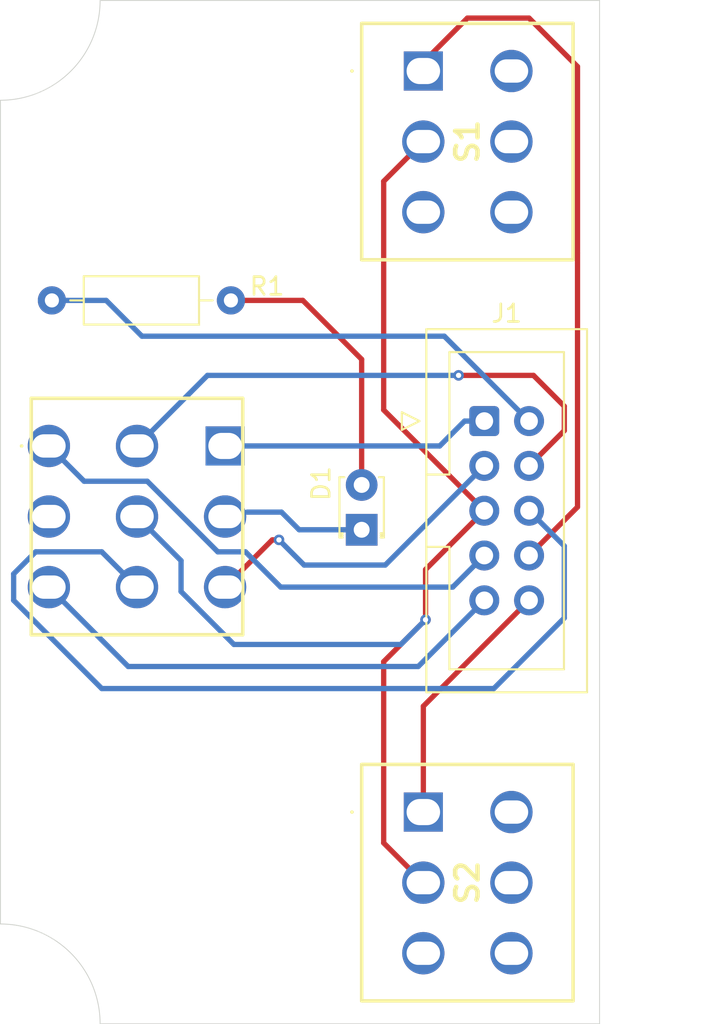
<source format=kicad_pcb>
(kicad_pcb (version 20241229) (generator "pcbnew") (generator_version "9.0")
  (layers (0 "F.Cu" signal) (2 "B.Cu" signal) (13 "F.Paste" user) (15 "B.Paste" user) (5 "F.SilkS" user "F.Silkscreen") (7 "B.SilkS" user "B.Silkscreen") (1 "F.Mask" user) (3 "B.Mask" user) (25 "Edge.Cuts" user))
  (net 0 "")
  (net 2 "/conn9")
  (net 3 "/conn4")
  (net 4 "/conn2")
  (net 5 "/conn7")
  (net 6 "/conn3")
  (net 7 "/conn6")
  (net 8 "/conn1")
  (net 9 "/conn5")
  (net 10 "/conn8")
  (net 11 "Net-(D1-A)")
  (net 12 "/fsw2")
  (net 13 "/conn10")
  (footprint "Resistor_THT:R_Axial_DIN0207_L6.3mm_D2.5mm_P10.16mm_Horizontal" (layer "F.Cu") (at 143.08 82 180)
    (property "Reference" "R1" (at -2.05 0.8 0) (layer "F.SilkS"))
    (property "Value" "1k")
    (fp_line (start 9.12 0) (end 8.35 0) (stroke (width 0.12)) (layer "F.SilkS"))
    (fp_line (start 1.04 0) (end 1.81 0) (stroke (width 0.12)) (layer "F.SilkS"))
    (fp_rect (start 1.81 -1.37) (end 8.35 1.37) (stroke (width 0.12)) (fill no) (layer "F.SilkS"))
    (pad "1" thru_hole circle (at 0 0 180) (size 1.6 1.6) (drill 0.8) (layers "*.Cu" "*.Mask") (net 11 "Net-(D1-A)"))
    (pad "2" thru_hole circle (at 10.16 0 180) (size 1.6 1.6) (drill 0.8) (layers "*.Cu" "*.Mask") (net 4 "/conn2"))
  )
  (footprint "Library:0.7 footswitches" (layer "F.Cu") (at 154 111 -90)
    (property "Reference" "S2" (at 4 -2.5 270) (layer "F.SilkS") (effects (font (size 1.27 1.27) (thickness 0.254))))
    (property "Value" "SF12011F-0102-20R-M-050" (hide yes))
    (fp_line (start 0 4.1) (end 0 4.1) (stroke (width 0.1)) (layer "F.SilkS"))
    (fp_line (start 0 4) (end 0 4) (stroke (width 0.1)) (layer "F.SilkS"))
    (fp_line (start -2.7 3.5) (end 10.7 3.5) (stroke (width 0.2)) (layer "F.SilkS"))
    (fp_line (start 10.7 3.5) (end 10.7 -8.5) (stroke (width 0.2)) (layer "F.SilkS"))
    (fp_line (start -2.7 -8.5) (end -2.7 3.5) (stroke (width 0.2)) (layer "F.SilkS"))
    (fp_line (start 10.7 -8.5) (end -2.7 -8.5) (stroke (width 0.2)) (layer "F.SilkS"))
    (fp_arc (start 0 4.1) (mid -0.05 4.05) (end 0 4) (stroke (width 0.1)) (layer "F.SilkS"))
    (fp_arc (start 0 4) (mid 0.05 4.05) (end 0 4.1) (stroke (width 0.1)) (layer "F.SilkS"))
    (pad "1" thru_hole rect (at 0 0 270) (size 2.22 2.22) (drill oval 1.48 1.9) (layers "*.Cu" "*.Mask") (net 13 "/conn10"))
    (pad "2" thru_hole circle (at 4 0 270) (size 2.4 2.4) (drill oval 1.32 1.9) (layers "*.Cu" "*.Mask") (net 9 "/conn5"))
    (pad "3" thru_hole circle (at 8 0 270) (size 2.4 2.4) (drill oval 1.32 1.9) (layers "*.Cu" "*.Mask"))
    (pad "4" thru_hole circle (at 0 -5 270) (size 2.4 2.4) (drill oval 1.32 1.9) (layers "*.Cu" "*.Mask"))
    (pad "5" thru_hole circle (at 4 -5 270) (size 2.4 2.4) (drill oval 1.32 1.9) (layers "*.Cu" "*.Mask"))
    (pad "6" thru_hole circle (at 8 -5 270) (size 2.4 2.4) (drill oval 1.32 1.9) (layers "*.Cu" "*.Mask"))
  )
  (footprint "LED_THT:LED_D1.8mm_W3.3mm_H2.4mm" (layer "F.Cu") (at 150.5 95 90)
    (property "Reference" "D1" (at 2.62 -2.3 90) (layer "F.SilkS"))
    (property "Value" "LED")
    (fp_line (start 2.98 -1.26) (end 2.98 -0.986) (stroke (width 0.12)) (layer "F.SilkS"))
    (fp_line (start -0.2 -1.26) (end -0.2 -1.08) (stroke (width 0.12)) (layer "F.SilkS"))
    (fp_line (start -0.32 -1.26) (end -0.32 -1.08) (stroke (width 0.12)) (layer "F.SilkS"))
    (fp_line (start -0.44 -1.26) (end 2.98 -1.26) (stroke (width 0.12)) (layer "F.SilkS"))
    (fp_line (start -0.44 -1.08) (end -0.44 -1.26) (stroke (width 0.12)) (layer "F.SilkS"))
    (fp_line (start 2.98 0.986) (end 2.98 1.26) (stroke (width 0.12)) (layer "F.SilkS"))
    (fp_line (start -0.2 1.08) (end -0.2 1.26) (stroke (width 0.12)) (layer "F.SilkS"))
    (fp_line (start -0.32 1.08) (end -0.32 1.26) (stroke (width 0.12)) (layer "F.SilkS"))
    (fp_line (start 2.98 1.26) (end -0.44 1.26) (stroke (width 0.12)) (layer "F.SilkS"))
    (fp_line (start -0.44 1.26) (end -0.44 1.08) (stroke (width 0.12)) (layer "F.SilkS"))
    (pad "1" thru_hole rect (at 0 0 90) (size 1.8 1.8) (drill 0.9) (layers "*.Cu" "*.Mask") (net 12 "/fsw2"))
    (pad "2" thru_hole circle (at 2.54 0 90) (size 1.8 1.8) (drill 0.9) (layers "*.Cu" "*.Mask") (net 11 "Net-(D1-A)"))
  )
  (footprint "Library:0.7 footswitches - 3dpdt tayda" (layer "F.Cu") (at 135.25 90.25 -90)
    (property "Reference" "3DPDT Footswitch1" (hide yes))
    (property "Value" "~" (hide yes))
    (fp_line (start 0 4.1) (end 0 4.1) (stroke (width 0.1)) (layer "F.SilkS"))
    (fp_line (start 0 4) (end 0 4) (stroke (width 0.1)) (layer "F.SilkS"))
    (fp_line (start -2.7 3.5) (end 10.7 3.5) (stroke (width 0.2)) (layer "F.SilkS"))
    (fp_line (start 10.7 3.5) (end 10.7 -8.5) (stroke (width 0.2)) (layer "F.SilkS"))
    (fp_line (start -2.7 -8.5) (end -2.7 3.5) (stroke (width 0.2)) (layer "F.SilkS"))
    (fp_line (start 10.7 -8.5) (end -2.7 -8.5) (stroke (width 0.2)) (layer "F.SilkS"))
    (fp_arc (start 0 4.1) (mid -0.05 4.05) (end 0 4) (stroke (width 0.1)) (layer "F.SilkS"))
    (fp_arc (start 0 4) (mid 0.05 4.05) (end 0 4.1) (stroke (width 0.1)) (layer "F.SilkS"))
    (pad "1" thru_hole rect (at 0 -7.5 270) (size 2.22 2.22) (drill oval 1.48 1.9) (layers "*.Cu" "*.Mask") (net 8 "/conn1"))
    (pad "2" thru_hole circle (at 4 -7.5 270) (size 2.4 2.4) (drill oval 1.32 1.9) (layers "*.Cu" "*.Mask") (net 12 "/fsw2"))
    (pad "3" thru_hole circle (at 8 -7.5 270) (size 2.4 2.4) (drill oval 1.32 1.9) (layers "*.Cu" "*.Mask") (net 6 "/conn3"))
    (pad "4" thru_hole circle (at 0 -2.5 270) (size 2.4 2.4) (drill oval 1.32 1.9) (layers "*.Cu" "*.Mask") (net 3 "/conn4"))
    (pad "5" thru_hole circle (at 4 -2.5 270) (size 2.4 2.4) (drill oval 1.32 1.9) (layers "*.Cu" "*.Mask") (net 9 "/conn5"))
    (pad "6" thru_hole circle (at 8 -2.5 270) (size 2.4 2.4) (drill oval 1.32 1.9) (layers "*.Cu" "*.Mask") (net 7 "/conn6"))
    (pad "7" thru_hole circle (at 0 2.5 270) (size 2.4 2.4) (drill oval 1.32 1.9) (layers "*.Cu" "*.Mask") (net 5 "/conn7"))
    (pad "8" thru_hole circle (at 4 2.5 270) (size 2.4 2.4) (drill oval 1.32 1.9) (layers "*.Cu" "*.Mask"))
    (pad "9" thru_hole circle (at 8 2.5 270) (size 2.4 2.4) (drill oval 1.32 1.9) (layers "*.Cu" "*.Mask") (net 2 "/conn9"))
  )
  (footprint "Connector_IDC:IDC-Header_2x05_P2.54mm_Vertical" (layer "F.Cu") (at 157.46 88.84)
    (property "Reference" "J1" (at 1.27 -6.1 0) (layer "F.SilkS"))
    (property "Value" "Conn_02x05_Counter_Clockwise")
    (fp_line (start -4.68 -0.5) (end -4.68 0.5) (stroke (width 0.12)) (layer "F.SilkS"))
    (fp_line (start -4.68 0.5) (end -3.68 0) (stroke (width 0.12)) (layer "F.SilkS"))
    (fp_line (start -3.68 0) (end -4.68 -0.5) (stroke (width 0.12)) (layer "F.SilkS"))
    (fp_line (start -3.29 -5.21) (end 5.83 -5.21) (stroke (width 0.12)) (layer "F.SilkS"))
    (fp_line (start -3.29 3.03) (end -1.98 3.03) (stroke (width 0.12)) (layer "F.SilkS"))
    (fp_line (start -3.29 15.37) (end -3.29 -5.21) (stroke (width 0.12)) (layer "F.SilkS"))
    (fp_line (start -1.98 -3.91) (end 4.52 -3.91) (stroke (width 0.12)) (layer "F.SilkS"))
    (fp_line (start -1.98 3.03) (end -1.98 -3.91) (stroke (width 0.12)) (layer "F.SilkS"))
    (fp_line (start -1.98 7.13) (end -3.29 7.13) (stroke (width 0.12)) (layer "F.SilkS"))
    (fp_line (start -1.98 14.07) (end -1.98 7.13) (stroke (width 0.12)) (layer "F.SilkS"))
    (fp_line (start 4.52 -3.91) (end 4.52 14.07) (stroke (width 0.12)) (layer "F.SilkS"))
    (fp_line (start 4.52 14.07) (end -1.98 14.07) (stroke (width 0.12)) (layer "F.SilkS"))
    (fp_line (start 5.83 -5.21) (end 5.83 15.37) (stroke (width 0.12)) (layer "F.SilkS"))
    (fp_line (start 5.83 15.37) (end -3.29 15.37) (stroke (width 0.12)) (layer "F.SilkS"))
    (pad "1" thru_hole roundrect (at 0 0) (size 1.7 1.7) (drill 1) (layers "*.Cu" "*.Mask") (roundrect_rratio 0.147059) (net 8 "/conn1"))
    (pad "2" thru_hole circle (at 2.54 0) (size 1.7 1.7) (drill 1) (layers "*.Cu" "*.Mask") (net 4 "/conn2"))
    (pad "3" thru_hole circle (at 0 2.54) (size 1.7 1.7) (drill 1) (layers "*.Cu" "*.Mask") (net 6 "/conn3"))
    (pad "4" thru_hole circle (at 2.54 2.54) (size 1.7 1.7) (drill 1) (layers "*.Cu" "*.Mask") (net 3 "/conn4"))
    (pad "5" thru_hole circle (at 0 5.08) (size 1.7 1.7) (drill 1) (layers "*.Cu" "*.Mask") (net 9 "/conn5"))
    (pad "6" thru_hole circle (at 2.54 5.08) (size 1.7 1.7) (drill 1) (layers "*.Cu" "*.Mask") (net 7 "/conn6"))
    (pad "7" thru_hole circle (at 0 7.62) (size 1.7 1.7) (drill 1) (layers "*.Cu" "*.Mask") (net 5 "/conn7"))
    (pad "8" thru_hole circle (at 2.54 7.62) (size 1.7 1.7) (drill 1) (layers "*.Cu" "*.Mask") (net 10 "/conn8"))
    (pad "9" thru_hole circle (at 0 10.16) (size 1.7 1.7) (drill 1) (layers "*.Cu" "*.Mask") (net 2 "/conn9"))
    (pad "10" thru_hole circle (at 2.54 10.16) (size 1.7 1.7) (drill 1) (layers "*.Cu" "*.Mask") (net 13 "/conn10"))
  )
  (footprint "Library:0.7 footswitches" (layer "F.Cu") (at 154 69 -90)
    (property "Reference" "S1" (at 4 -2.5 270) (layer "F.SilkS") (effects (font (size 1.27 1.27) (thickness 0.254))))
    (property "Value" "SF12011F-0102-20R-M-050" (hide yes))
    (fp_line (start 0 4.1) (end 0 4.1) (stroke (width 0.1)) (layer "F.SilkS"))
    (fp_line (start 0 4) (end 0 4) (stroke (width 0.1)) (layer "F.SilkS"))
    (fp_line (start -2.7 3.5) (end 10.7 3.5) (stroke (width 0.2)) (layer "F.SilkS"))
    (fp_line (start 10.7 3.5) (end 10.7 -8.5) (stroke (width 0.2)) (layer "F.SilkS"))
    (fp_line (start -2.7 -8.5) (end -2.7 3.5) (stroke (width 0.2)) (layer "F.SilkS"))
    (fp_line (start 10.7 -8.5) (end -2.7 -8.5) (stroke (width 0.2)) (layer "F.SilkS"))
    (fp_arc (start 0 4.1) (mid -0.05 4.05) (end 0 4) (stroke (width 0.1)) (layer "F.SilkS"))
    (fp_arc (start 0 4) (mid 0.05 4.05) (end 0 4.1) (stroke (width 0.1)) (layer "F.SilkS"))
    (pad "1" thru_hole rect (at 0 0 270) (size 2.22 2.22) (drill oval 1.48 1.9) (layers "*.Cu" "*.Mask") (net 10 "/conn8"))
    (pad "2" thru_hole circle (at 4 0 270) (size 2.4 2.4) (drill oval 1.32 1.9) (layers "*.Cu" "*.Mask") (net 9 "/conn5"))
    (pad "3" thru_hole circle (at 8 0 270) (size 2.4 2.4) (drill oval 1.32 1.9) (layers "*.Cu" "*.Mask"))
    (pad "4" thru_hole circle (at 0 -5 270) (size 2.4 2.4) (drill oval 1.32 1.9) (layers "*.Cu" "*.Mask"))
    (pad "5" thru_hole circle (at 4 -5 270) (size 2.4 2.4) (drill oval 1.32 1.9) (layers "*.Cu" "*.Mask"))
    (pad "6" thru_hole circle (at 8 -5 270) (size 2.4 2.4) (drill oval 1.32 1.9) (layers "*.Cu" "*.Mask"))
  )
  (gr_line (start 164 65) (end 135.656854 65) (stroke (width 0.05)) (layer "Edge.Cuts"))
  (gr_line (start 164 123) (end 164 65) (stroke (width 0.05)) (layer "Edge.Cuts"))
  (gr_line (start 130 70.656854) (end 130 117.343146) (stroke (width 0.05)) (layer "Edge.Cuts"))
  (gr_line (start 135.656854 123) (end 164 123) (stroke (width 0.05)) (layer "Edge.Cuts"))
  (gr_arc (start 130 117.343146) (mid 134 119) (end 135.656854 123) (stroke (width 0.05)) (layer "Edge.Cuts"))
  (gr_arc (start 135.656854 65) (mid 134 69) (end 130 70.656854) (stroke (width 0.05)) (layer "Edge.Cuts"))
  (segment (start 157.46 99) (end 153.71 102.75) (width 0.3) (layer "B.Cu") (net 2))
  (segment (start 137.25 102.75) (end 132.75 98.25) (width 0.3) (layer "B.Cu") (net 2))
  (segment (start 153.71 102.75) (end 137.25 102.75) (width 0.3) (layer "B.Cu") (net 2))
  (segment (start 160.25 86.25) (end 162 88) (width 0.3) (layer "F.Cu") (net 3))
  (segment (start 162 89.38) (end 160 91.38) (width 0.3) (layer "F.Cu") (net 3))
  (segment (start 162 88) (end 162 89.38) (width 0.3) (layer "F.Cu") (net 3))
  (segment (start 156 86.25) (end 160.25 86.25) (width 0.3) (layer "F.Cu") (net 3))
  (via (at 156 86.25) (size 0.6) (drill 0.3) (layers "F.Cu" "B.Cu") (net 3))
  (segment (start 156 86.25) (end 141.75 86.25) (width 0.3) (layer "B.Cu") (net 3))
  (segment (start 141.75 86.25) (end 137.75 90.25) (width 0.3) (layer "B.Cu") (net 3))
  (segment (start 155.1899 84.0299) (end 138.0299 84.0299) (width 0.3) (layer "B.Cu") (net 4))
  (segment (start 160 88.84) (end 155.1899 84.0299) (width 0.3) (layer "B.Cu") (net 4))
  (segment (start 136 82) (end 132.92 82) (width 0.3) (layer "B.Cu") (net 4))
  (segment (start 138.0299 84.0299) (end 136 82) (width 0.3) (layer "B.Cu") (net 4))
  (segment (start 138.333717 92.25) (end 134.75 92.25) (width 0.3) (layer "B.Cu") (net 5))
  (segment (start 143.905577 96.25) (end 142.333717 96.25) (width 0.3) (layer "B.Cu") (net 5))
  (segment (start 134.75 92.25) (end 132.75 90.25) (width 0.3) (layer "B.Cu") (net 5))
  (segment (start 142.333717 96.25) (end 138.333717 92.25) (width 0.3) (layer "B.Cu") (net 5))
  (segment (start 157.46 96.46) (end 155.67 98.25) (width 0.3) (layer "B.Cu") (net 5))
  (segment (start 145.905577 98.25) (end 143.905577 96.25) (width 0.3) (layer "B.Cu") (net 5))
  (segment (start 155.67 98.25) (end 145.905577 98.25) (width 0.3) (layer "B.Cu") (net 5))
  (segment (start 145.4265 95.5735) (end 142.75 98.25) (width 0.3) (layer "F.Cu") (net 6))
  (segment (start 145.8082 95.5735) (end 145.7104 95.6713) (width 0.3) (layer "F.Cu") (net 6))
  (segment (start 145.7104 95.6713) (end 145.8082 95.5735) (width 0.3) (layer "F.Cu") (net 6))
  (segment (start 145.8082 95.5735) (end 145.4265 95.5735) (width 0.3) (layer "F.Cu") (net 6))
  (via (at 145.8082 95.5735) (size 0.6) (drill 0.3) (layers "F.Cu" "B.Cu") (net 6))
  (segment (start 145.7104 95.6713) (end 145.8082 95.5735) (width 0.3) (layer "B.Cu") (net 6))
  (segment (start 147.2347 97) (end 145.8082 95.5735) (width 0.3) (layer "B.Cu") (net 6))
  (segment (start 157.46 91.38) (end 151.84 97) (width 0.3) (layer "B.Cu") (net 6))
  (segment (start 151.84 97) (end 147.2347 97) (width 0.3) (layer "B.Cu") (net 6))
  (segment (start 145.8082 95.5735) (end 145.7104 95.6713) (width 0.3) (layer "B.Cu") (net 6))
  (segment (start 162 100) (end 158 104) (width 0.3) (layer "B.Cu") (net 7))
  (segment (start 135.75 96.25) (end 137.75 98.25) (width 0.3) (layer "B.Cu") (net 7))
  (segment (start 132 96.25) (end 135.75 96.25) (width 0.3) (layer "B.Cu") (net 7))
  (segment (start 158 104) (end 135.75 104) (width 0.3) (layer "B.Cu") (net 7))
  (segment (start 130.75 99) (end 130.75 97.5) (width 0.3) (layer "B.Cu") (net 7))
  (segment (start 135.75 104) (end 130.75 99) (width 0.3) (layer "B.Cu") (net 7))
  (segment (start 162 95.92) (end 162 100) (width 0.3) (layer "B.Cu") (net 7))
  (segment (start 130.75 97.5) (end 132 96.25) (width 0.3) (layer "B.Cu") (net 7))
  (segment (start 160 93.92) (end 162 95.92) (width 0.3) (layer "B.Cu") (net 7))
  (segment (start 157.46 88.84) (end 156.34 88.84) (width 0.3) (layer "B.Cu") (net 8))
  (segment (start 157.3 89) (end 157.46 88.84) (width 0.3) (layer "B.Cu") (net 8))
  (segment (start 154.93 90.25) (end 142.75 90.25) (width 0.3) (layer "B.Cu") (net 8))
  (segment (start 156.34 88.84) (end 154.93 90.25) (width 0.3) (layer "B.Cu") (net 8))
  (segment (start 154.125 97.255) (end 157.46 93.92) (width 0.3) (layer "F.Cu") (net 9))
  (segment (start 151.75 88.21) (end 157.46 93.92) (width 0.3) (layer "F.Cu") (net 9))
  (segment (start 154 115) (end 151.75 112.75) (width 0.3) (layer "F.Cu") (net 9))
  (segment (start 151.75 75.25) (end 151.75 88.21) (width 0.3) (layer "F.Cu") (net 9))
  (segment (start 154.125 100.0998) (end 154.125 97.255) (width 0.3) (layer "F.Cu") (net 9))
  (segment (start 151.75 112.75) (end 151.75 102.4748) (width 0.3) (layer "F.Cu") (net 9))
  (segment (start 154 73) (end 151.75 75.25) (width 0.3) (layer "F.Cu") (net 9))
  (segment (start 151.75 102.4748) (end 154.125 100.0998) (width 0.3) (layer "F.Cu") (net 9))
  (via (at 154.125 100.0998) (size 0.6) (drill 0.3) (layers "F.Cu" "B.Cu") (net 9))
  (segment (start 140.25 96.75) (end 137.75 94.25) (width 0.3) (layer "B.Cu") (net 9))
  (segment (start 140.25 98.5) (end 140.25 96.75) (width 0.3) (layer "B.Cu") (net 9))
  (segment (start 152.7248 101.5) (end 154.125 100.0998) (width 0.3) (layer "B.Cu") (net 9))
  (segment (start 143.25 101.5) (end 140.25 98.5) (width 0.3) (layer "B.Cu") (net 9))
  (segment (start 143.25 101.5) (end 152.7248 101.5) (width 0.3) (layer "B.Cu") (net 9))
  (segment (start 162.75 68.75) (end 160 66) (width 0.3) (layer "F.Cu") (net 10))
  (segment (start 154 68.5) (end 154 69) (width 0.3) (layer "F.Cu") (net 10))
  (segment (start 162.75 93.71) (end 162.75 79.3117) (width 0.3) (layer "F.Cu") (net 10))
  (segment (start 160 66) (end 156.5 66) (width 0.3) (layer "F.Cu") (net 10))
  (segment (start 156.5 66) (end 154 68.5) (width 0.3) (layer "F.Cu") (net 10))
  (segment (start 160 96.46) (end 162.75 93.71) (width 0.3) (layer "F.Cu") (net 10))
  (segment (start 162.75 79.3117) (end 162.75 68.75) (width 0.3) (layer "F.Cu") (net 10))
  (segment (start 150.5 85.34) (end 147.16 82) (width 0.3) (layer "F.Cu") (net 11))
  (segment (start 150.5 85.34) (end 150.5 92.46) (width 0.3) (layer "F.Cu") (net 11))
  (segment (start 147.16 82) (end 143.08 82) (width 0.3) (layer "F.Cu") (net 11))
  (segment (start 146.9517 95) (end 145.9517 94) (width 0.3) (layer "B.Cu") (net 12))
  (segment (start 144 94) (end 145.9517 94) (width 0.3) (layer "B.Cu") (net 12))
  (segment (start 150.5 95) (end 146.9517 95) (width 0.3) (layer "B.Cu") (net 12))
  (segment (start 154 105) (end 154 111) (width 0.3) (layer "F.Cu") (net 13))
  (segment (start 160 99) (end 154 105) (width 0.3) (layer "F.Cu") (net 13))
)
</source>
